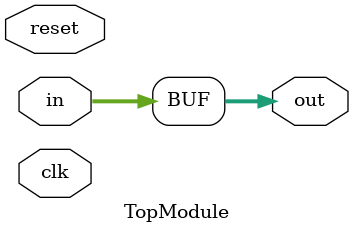
<source format=sv>

module TopModule (
  input clk,
  input reset,
  input [31:0] in,
  output reg [31:0] out
);
assign out = $signed(in[31:0]);
endmodule

</source>
